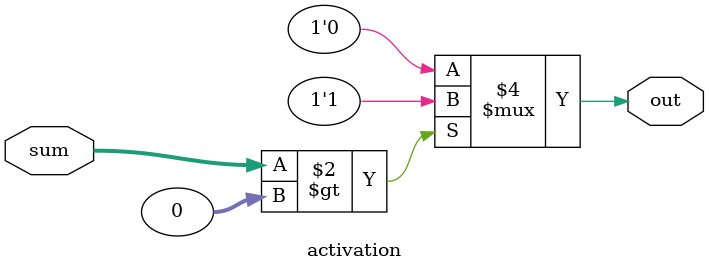
<source format=v>
module activation(
    input signed [6:0] sum,
    output reg out
);
    always @(*) begin
        if (sum > 0)
            out = 1;
        else
            out = 0;
    end
endmodule

</source>
